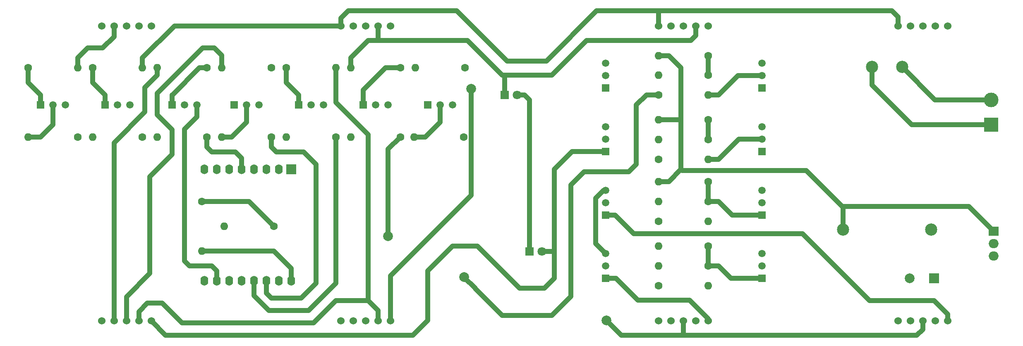
<source format=gbl>
G04 #@! TF.GenerationSoftware,KiCad,Pcbnew,5.1.4-e60b266~84~ubuntu18.04.1*
G04 #@! TF.CreationDate,2019-10-31T22:25:58+05:30*
G04 #@! TF.ProjectId,WemosClock,57656d6f-7343-46c6-9f63-6b2e6b696361,rev?*
G04 #@! TF.SameCoordinates,Original*
G04 #@! TF.FileFunction,Copper,L2,Bot*
G04 #@! TF.FilePolarity,Positive*
%FSLAX46Y46*%
G04 Gerber Fmt 4.6, Leading zero omitted, Abs format (unit mm)*
G04 Created by KiCad (PCBNEW 5.1.4-e60b266~84~ubuntu18.04.1) date 2019-10-31 22:25:58*
%MOMM*%
%LPD*%
G04 APERTURE LIST*
%ADD10O,1.600000X2.000000*%
%ADD11R,2.000000X2.000000*%
%ADD12C,1.524000*%
%ADD13C,3.000000*%
%ADD14R,3.000000X3.000000*%
%ADD15C,2.500000*%
%ADD16C,1.998980*%
%ADD17R,2.000000X1.905000*%
%ADD18O,2.000000X1.905000*%
%ADD19C,2.000000*%
%ADD20O,1.600000X1.600000*%
%ADD21C,1.600000*%
%ADD22R,1.500000X1.500000*%
%ADD23C,1.500000*%
%ADD24C,1.800000*%
%ADD25R,1.800000X1.800000*%
%ADD26C,1.000000*%
G04 APERTURE END LIST*
D10*
X108712000Y-96012000D03*
X106172000Y-96012000D03*
X103632000Y-96012000D03*
X101092000Y-96012000D03*
X98552000Y-96012000D03*
X96012000Y-96012000D03*
X93472000Y-96012000D03*
X90932000Y-96012000D03*
X90932000Y-73152000D03*
X93472000Y-73152000D03*
X96012000Y-73152000D03*
X98552000Y-73152000D03*
X101092000Y-73152000D03*
X103632000Y-73152000D03*
D11*
X108712000Y-73152000D03*
D10*
X106172000Y-73152000D03*
D12*
X237954000Y-104250000D03*
X232874000Y-104250000D03*
X235414000Y-104250000D03*
X243034000Y-104250000D03*
X240494000Y-104250000D03*
X243034000Y-43750000D03*
X240494000Y-43750000D03*
X232874000Y-43750000D03*
X235414000Y-43750000D03*
X237954000Y-43750000D03*
X188956000Y-104250000D03*
X183876000Y-104250000D03*
X186416000Y-104250000D03*
X194036000Y-104250000D03*
X191496000Y-104250000D03*
X194036000Y-43750000D03*
X191496000Y-43750000D03*
X183876000Y-43750000D03*
X186416000Y-43750000D03*
X188956000Y-43750000D03*
X123952000Y-104250000D03*
X118872000Y-104250000D03*
X121412000Y-104250000D03*
X129032000Y-104250000D03*
X126492000Y-104250000D03*
X129032000Y-43750000D03*
X126492000Y-43750000D03*
X118872000Y-43750000D03*
X121412000Y-43750000D03*
X123952000Y-43750000D03*
X74955000Y-104250000D03*
X69875000Y-104250000D03*
X72415000Y-104250000D03*
X80035000Y-104250000D03*
X77495000Y-104250000D03*
X80035000Y-43750000D03*
X77495000Y-43750000D03*
X69875000Y-43750000D03*
X72415000Y-43750000D03*
X74955000Y-43750000D03*
D13*
X251968000Y-58928000D03*
D14*
X251968000Y-64008000D03*
D15*
X233698720Y-52182401D03*
X227588630Y-52163748D03*
X239654907Y-85482450D03*
X221638939Y-85500519D03*
D16*
X145548236Y-56630451D03*
X173181982Y-104167220D03*
X144060461Y-95218829D03*
X128524000Y-86868000D03*
D17*
X252476000Y-85852000D03*
D18*
X252476000Y-88392000D03*
X252476000Y-90932000D03*
D19*
X235284000Y-95504000D03*
D11*
X240284000Y-95504000D03*
D20*
X90424000Y-89916000D03*
D21*
X90424000Y-79756000D03*
D20*
X94996000Y-84836000D03*
D21*
X105156000Y-84836000D03*
D20*
X133840000Y-66548000D03*
D21*
X144000000Y-66548000D03*
D20*
X120840000Y-66548000D03*
D21*
X131000000Y-66548000D03*
D20*
X107696000Y-66548000D03*
D21*
X117856000Y-66548000D03*
D20*
X94488000Y-66548000D03*
D21*
X104648000Y-66548000D03*
D20*
X81280000Y-66548000D03*
D21*
X91440000Y-66548000D03*
D20*
X68072000Y-66548000D03*
D21*
X78232000Y-66548000D03*
D20*
X54864000Y-66548000D03*
D21*
X65024000Y-66548000D03*
D20*
X194036000Y-83796000D03*
D21*
X183876000Y-83796000D03*
D20*
X183876000Y-75668000D03*
D21*
X194036000Y-75668000D03*
D20*
X183896000Y-79756000D03*
D21*
X194056000Y-79756000D03*
D20*
X194036000Y-97004000D03*
D21*
X183876000Y-97004000D03*
D20*
X183876000Y-88876000D03*
D21*
X194036000Y-88876000D03*
D20*
X183876000Y-92940000D03*
D21*
X194036000Y-92940000D03*
D20*
X194036000Y-57888000D03*
D21*
X183876000Y-57888000D03*
D20*
X183876000Y-49848000D03*
D21*
X194036000Y-49848000D03*
D20*
X183876000Y-53848000D03*
D21*
X194036000Y-53848000D03*
D20*
X194036000Y-71120000D03*
D21*
X183876000Y-71120000D03*
D20*
X183876000Y-62968000D03*
D21*
X194036000Y-62968000D03*
D20*
X183876000Y-67032000D03*
D21*
X194036000Y-67032000D03*
X144272000Y-52324000D03*
D20*
X134112000Y-52324000D03*
X120904000Y-52324000D03*
D21*
X131064000Y-52324000D03*
D20*
X117856000Y-52324000D03*
D21*
X107696000Y-52324000D03*
D20*
X94488000Y-52324000D03*
D21*
X104648000Y-52324000D03*
D20*
X81280000Y-52324000D03*
D21*
X91440000Y-52324000D03*
D20*
X78232000Y-52324000D03*
D21*
X68072000Y-52324000D03*
X54864000Y-52324000D03*
D20*
X65024000Y-52324000D03*
D22*
X173060000Y-82500000D03*
D23*
X173060000Y-77420000D03*
X173060000Y-79960000D03*
D22*
X173060000Y-95500000D03*
D23*
X173060000Y-90420000D03*
X173060000Y-92960000D03*
D22*
X173060000Y-56500000D03*
D23*
X173060000Y-51420000D03*
X173060000Y-53960000D03*
D22*
X173060000Y-69500000D03*
D23*
X173060000Y-64420000D03*
X173060000Y-66960000D03*
D22*
X205060000Y-82500000D03*
D23*
X205060000Y-77420000D03*
X205060000Y-79960000D03*
X205060000Y-92960000D03*
X205060000Y-90420000D03*
D22*
X205060000Y-95500000D03*
X205060000Y-56500000D03*
D23*
X205060000Y-51420000D03*
X205060000Y-53960000D03*
D22*
X205060000Y-69500000D03*
D23*
X205060000Y-64420000D03*
X205060000Y-66960000D03*
D22*
X136652000Y-59944000D03*
D23*
X141732000Y-59944000D03*
X139192000Y-59944000D03*
D22*
X123444000Y-59944000D03*
D23*
X128524000Y-59944000D03*
X125984000Y-59944000D03*
D22*
X110236000Y-59944000D03*
D23*
X115316000Y-59944000D03*
X112776000Y-59944000D03*
D22*
X97028000Y-59944000D03*
D23*
X102108000Y-59944000D03*
X99568000Y-59944000D03*
D22*
X84328000Y-59944000D03*
D23*
X89408000Y-59944000D03*
X86868000Y-59944000D03*
D22*
X70612000Y-59944000D03*
D23*
X75692000Y-59944000D03*
X73152000Y-59944000D03*
D22*
X57404000Y-59944000D03*
D23*
X62484000Y-59944000D03*
X59944000Y-59944000D03*
D24*
X154940000Y-57872000D03*
D25*
X152400000Y-57872000D03*
D24*
X160020000Y-89956000D03*
D25*
X157480000Y-89956000D03*
D26*
X160020000Y-89956000D02*
X162560000Y-89956000D01*
X162560000Y-95504000D02*
X162560000Y-88392000D01*
X160528000Y-97536000D02*
X162560000Y-95504000D01*
X155448000Y-97536000D02*
X160528000Y-97536000D01*
X146812000Y-88900000D02*
X155448000Y-97536000D01*
X82973000Y-107188000D02*
X133604000Y-107188000D01*
X136652000Y-93980000D02*
X141732000Y-88900000D01*
X141732000Y-88900000D02*
X146812000Y-88900000D01*
X80035000Y-104250000D02*
X82973000Y-107188000D01*
X133604000Y-107188000D02*
X136652000Y-104140000D01*
X136652000Y-104140000D02*
X136652000Y-93980000D01*
X166212000Y-69500000D02*
X173060000Y-69500000D01*
X162560000Y-89916000D02*
X162560000Y-73152000D01*
X162560000Y-73152000D02*
X166212000Y-69500000D01*
X156424000Y-57872000D02*
X154940000Y-57872000D01*
X157480000Y-89956000D02*
X157480000Y-58928000D01*
X157480000Y-58928000D02*
X156424000Y-57872000D01*
X126492000Y-46736000D02*
X126492000Y-43750000D01*
X126492000Y-46736000D02*
X126492000Y-45837400D01*
X191496000Y-44267400D02*
X191496000Y-43750000D01*
X191516000Y-44287400D02*
X191496000Y-44267400D01*
X120904000Y-52324000D02*
X120904000Y-50292000D01*
X124460000Y-46736000D02*
X126492000Y-46736000D01*
X120904000Y-50292000D02*
X124460000Y-46736000D01*
X152400000Y-57872000D02*
X152400000Y-53848000D01*
X126492000Y-46736000D02*
X144780000Y-46736000D01*
X151892000Y-53848000D02*
X162052000Y-53848000D01*
X191496000Y-45740000D02*
X191496000Y-43750000D01*
X144780000Y-46736000D02*
X151892000Y-53848000D01*
X162052000Y-53848000D02*
X169164000Y-46736000D01*
X169164000Y-46736000D02*
X190500000Y-46736000D01*
X190500000Y-46736000D02*
X191496000Y-45740000D01*
X57404000Y-59944000D02*
X57404000Y-57868700D01*
X57404000Y-57868700D02*
X54864000Y-55328700D01*
X54864000Y-55328700D02*
X54864000Y-52324000D01*
X89408000Y-62421150D02*
X89408000Y-59944000D01*
X93472000Y-93980000D02*
X92456000Y-92964000D01*
X93472000Y-96012000D02*
X93472000Y-93980000D01*
X92456000Y-92964000D02*
X87884000Y-92964000D01*
X87884000Y-92964000D02*
X86868000Y-91948000D01*
X86868000Y-91948000D02*
X86868000Y-64961150D01*
X86868000Y-64961150D02*
X89408000Y-62421150D01*
X57404000Y-66548000D02*
X54864000Y-66548000D01*
X59944000Y-59944000D02*
X59944000Y-64008000D01*
X59944000Y-64008000D02*
X57404000Y-66548000D01*
X70612000Y-59944000D02*
X70612000Y-57868700D01*
X70612000Y-57868700D02*
X68072000Y-55328700D01*
X68072000Y-55328700D02*
X68072000Y-52324000D01*
X84371300Y-57868700D02*
X89916000Y-52324000D01*
X89916000Y-52324000D02*
X91440000Y-52324000D01*
X84328000Y-59944000D02*
X84328000Y-57868700D01*
X84328000Y-57868700D02*
X84371300Y-57868700D01*
X96520000Y-66548000D02*
X94488000Y-66548000D01*
X99568000Y-59944000D02*
X99568000Y-63500000D01*
X99568000Y-63500000D02*
X96520000Y-66548000D01*
X110236000Y-59944000D02*
X110236000Y-57868700D01*
X110236000Y-57868700D02*
X107696000Y-55328700D01*
X107696000Y-55328700D02*
X107696000Y-52324000D01*
X128016000Y-52324000D02*
X131064000Y-52324000D01*
X123444000Y-59944000D02*
X123444000Y-56896000D01*
X123444000Y-56896000D02*
X128016000Y-52324000D01*
X136144000Y-66548000D02*
X133840000Y-66548000D01*
X139192000Y-59944000D02*
X139192000Y-63500000D01*
X139192000Y-63500000D02*
X136144000Y-66548000D01*
X194036000Y-67032000D02*
X194036000Y-62968000D01*
X194036000Y-71120000D02*
X196161300Y-71120000D01*
X205060000Y-66960000D02*
X200321300Y-66960000D01*
X200321300Y-66960000D02*
X196161300Y-71120000D01*
X194036000Y-53848000D02*
X194036000Y-49848000D01*
X194036000Y-57888000D02*
X196161300Y-57888000D01*
X205060000Y-53960000D02*
X200089300Y-53960000D01*
X200089300Y-53960000D02*
X196161300Y-57888000D01*
X194036000Y-92940000D02*
X194036000Y-88876000D01*
X196108311Y-92940000D02*
X194036000Y-92940000D01*
X205060000Y-95500000D02*
X198668311Y-95500000D01*
X198668311Y-95500000D02*
X196108311Y-92940000D01*
X194056000Y-79756000D02*
X194056000Y-75688000D01*
X194056000Y-75688000D02*
X194036000Y-75668000D01*
X196160897Y-79756000D02*
X194056000Y-79756000D01*
X205060000Y-82500000D02*
X198904897Y-82500000D01*
X198904897Y-82500000D02*
X196160897Y-79756000D01*
X173060000Y-77420000D02*
X172624400Y-77420000D01*
X172624400Y-77420000D02*
X170984600Y-79059800D01*
X170984600Y-79059800D02*
X170984600Y-88344600D01*
X170984600Y-88344600D02*
X173060000Y-90420000D01*
X185952000Y-75668000D02*
X183876000Y-75668000D01*
X188468000Y-73152000D02*
X185952000Y-75668000D01*
X188468000Y-63549300D02*
X188468000Y-73152000D01*
X188468000Y-52324000D02*
X188468000Y-63500000D01*
X183876000Y-49848000D02*
X185992000Y-49848000D01*
X185992000Y-49848000D02*
X188468000Y-52324000D01*
X183876000Y-62968000D02*
X188468000Y-62968000D01*
X252428500Y-85852000D02*
X247348500Y-80772000D01*
X252476000Y-85852000D02*
X252428500Y-85852000D01*
X221638939Y-81129061D02*
X221996000Y-80772000D01*
X221638939Y-85500519D02*
X221638939Y-81129061D01*
X247348500Y-80772000D02*
X221996000Y-80772000D01*
X188673933Y-73357933D02*
X188468000Y-73152000D01*
X214073933Y-73357933D02*
X188673933Y-73357933D01*
X221996000Y-80772000D02*
X221488000Y-80772000D01*
X221488000Y-80772000D02*
X214073933Y-73357933D01*
X129032000Y-104250000D02*
X129032000Y-94996000D01*
X129032000Y-94996000D02*
X145542000Y-78486000D01*
X145542000Y-78486000D02*
X145542000Y-56642000D01*
X194036000Y-104250000D02*
X194036000Y-103808100D01*
X194036000Y-103808100D02*
X190200300Y-99972400D01*
X190200300Y-99972400D02*
X179607700Y-99972400D01*
X179607700Y-99972400D02*
X175135300Y-95500000D01*
X173060000Y-95500000D02*
X175135300Y-95500000D01*
X243034000Y-102826000D02*
X243034000Y-104250000D01*
X174956000Y-82500000D02*
X178816000Y-86360000D01*
X227076000Y-100076000D02*
X240284000Y-100076000D01*
X173060000Y-82500000D02*
X174956000Y-82500000D01*
X178816000Y-86360000D02*
X213360000Y-86360000D01*
X213360000Y-86360000D02*
X227076000Y-100076000D01*
X240284000Y-100076000D02*
X243034000Y-102826000D01*
X72415000Y-45949000D02*
X72415000Y-43750000D01*
X67056000Y-48260000D02*
X70104000Y-48260000D01*
X65024000Y-52324000D02*
X65024000Y-50292000D01*
X70104000Y-48260000D02*
X72415000Y-45949000D01*
X65024000Y-50292000D02*
X67056000Y-48260000D01*
X183896000Y-43730000D02*
X183876000Y-43750000D01*
X183896000Y-40640000D02*
X183896000Y-43730000D01*
X78232000Y-52324000D02*
X78232000Y-50292000D01*
X84774000Y-43750000D02*
X118872000Y-43750000D01*
X78232000Y-50292000D02*
X84774000Y-43750000D01*
X118872000Y-43750000D02*
X118872000Y-42164000D01*
X118872000Y-42164000D02*
X120396000Y-40640000D01*
X142562847Y-40640000D02*
X152865060Y-50942213D01*
X120396000Y-40640000D02*
X142562847Y-40640000D01*
X152865060Y-50942213D02*
X160893787Y-50942213D01*
X232874000Y-41866000D02*
X232874000Y-43750000D01*
X231648000Y-40640000D02*
X232874000Y-41866000D01*
X171196000Y-40640000D02*
X231648000Y-40640000D01*
X160893787Y-50942213D02*
X171196000Y-40640000D01*
X72415000Y-67730300D02*
X72415000Y-104250000D01*
X78740000Y-61405300D02*
X72415000Y-67730300D01*
X81280000Y-52324000D02*
X81280000Y-53848000D01*
X78740000Y-56388000D02*
X78740000Y-61405300D01*
X81280000Y-53848000D02*
X78740000Y-56388000D01*
X188956000Y-104250000D02*
X188956000Y-107168000D01*
X188956000Y-107168000D02*
X188976000Y-107188000D01*
X237954000Y-105962000D02*
X237954000Y-104250000D01*
X236728000Y-107188000D02*
X237954000Y-105962000D01*
X188956000Y-104250000D02*
X188956000Y-107188000D01*
X188956000Y-107188000D02*
X236728000Y-107188000D01*
X74955000Y-99273300D02*
X74955000Y-104250000D01*
X79756000Y-94472300D02*
X74955000Y-99273300D01*
X84328000Y-65024000D02*
X84328000Y-70104000D01*
X94488000Y-49784000D02*
X92964000Y-48260000D01*
X81280000Y-57531000D02*
X81280000Y-61976000D01*
X94488000Y-52324000D02*
X94488000Y-49784000D01*
X79756000Y-74676000D02*
X79756000Y-94472300D01*
X92964000Y-48260000D02*
X90551000Y-48260000D01*
X90551000Y-48260000D02*
X81280000Y-57531000D01*
X84328000Y-70104000D02*
X79756000Y-74676000D01*
X81280000Y-61976000D02*
X84328000Y-65024000D01*
X188976000Y-107188000D02*
X176276004Y-107188000D01*
X176276004Y-107188000D02*
X173228000Y-104139996D01*
X126492000Y-102108000D02*
X126492000Y-104250000D01*
X124460000Y-100076000D02*
X126492000Y-102108000D01*
X124460000Y-66040000D02*
X124460000Y-100076000D01*
X117856000Y-52324000D02*
X117856000Y-59436000D01*
X117856000Y-59436000D02*
X124460000Y-66040000D01*
X117825200Y-100076000D02*
X124460000Y-100076000D01*
X77495000Y-102337000D02*
X79248000Y-100584000D01*
X77495000Y-104250000D02*
X77495000Y-102337000D01*
X82296000Y-100584000D02*
X86360000Y-104648000D01*
X86360000Y-104648000D02*
X113253200Y-104648000D01*
X79248000Y-100584000D02*
X82296000Y-100584000D01*
X113253200Y-104648000D02*
X117825200Y-100076000D01*
X105156000Y-89916000D02*
X90424000Y-89916000D01*
X108712000Y-96012000D02*
X108712000Y-93472000D01*
X108712000Y-93472000D02*
X105156000Y-89916000D01*
X179324000Y-59944000D02*
X181380000Y-57888000D01*
X179324000Y-72136000D02*
X179324000Y-59944000D01*
X181380000Y-57888000D02*
X183876000Y-57888000D01*
X168656000Y-73660000D02*
X177800000Y-73660000D01*
X165940100Y-76375900D02*
X168656000Y-73660000D01*
X146360025Y-97536000D02*
X146360025Y-97592025D01*
X144019891Y-95195866D02*
X146360025Y-97536000D01*
X146360025Y-97592025D02*
X151892000Y-103124000D01*
X151892000Y-103124000D02*
X162052000Y-103124000D01*
X177800000Y-73660000D02*
X179324000Y-72136000D01*
X165940100Y-99235900D02*
X165940100Y-76375900D01*
X162052000Y-103124000D02*
X165940100Y-99235900D01*
X98552000Y-70866000D02*
X98552000Y-73152000D01*
X97282000Y-69596000D02*
X98552000Y-70866000D01*
X92456000Y-69596000D02*
X97282000Y-69596000D01*
X91440000Y-66548000D02*
X91440000Y-68580000D01*
X91440000Y-68580000D02*
X92456000Y-69596000D01*
X104648000Y-99568000D02*
X103632000Y-98552000D01*
X104648000Y-68580000D02*
X105664000Y-69596000D01*
X104648000Y-66548000D02*
X104648000Y-68580000D01*
X103632000Y-98552000D02*
X103632000Y-96012000D01*
X105664000Y-69596000D02*
X111252000Y-69596000D01*
X111252000Y-69596000D02*
X113792000Y-72136000D01*
X110744000Y-99568000D02*
X104648000Y-99568000D01*
X113792000Y-72136000D02*
X113792000Y-96520000D01*
X113792000Y-96520000D02*
X110744000Y-99568000D01*
X104140000Y-102108000D02*
X112268000Y-102108000D01*
X117856000Y-96520000D02*
X117856000Y-66548000D01*
X112268000Y-102108000D02*
X117856000Y-96520000D01*
X101092000Y-96012000D02*
X101092000Y-99060000D01*
X101092000Y-99060000D02*
X104140000Y-102108000D01*
X131000000Y-66548000D02*
X128524000Y-69024000D01*
X128524000Y-69024000D02*
X128524000Y-86868000D01*
X100076000Y-79756000D02*
X105156000Y-84836000D01*
X90424000Y-79756000D02*
X100076000Y-79756000D01*
X240444319Y-58928000D02*
X251968000Y-58928000D01*
X233698720Y-52182401D02*
X240444319Y-58928000D01*
X227588630Y-52163748D02*
X227588630Y-55884630D01*
X235712000Y-64008000D02*
X251968000Y-64008000D01*
X227588630Y-55884630D02*
X235712000Y-64008000D01*
M02*

</source>
